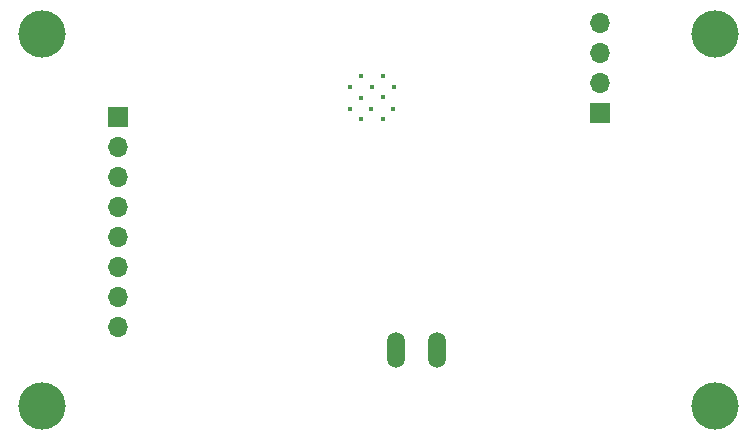
<source format=gbs>
G04 #@! TF.GenerationSoftware,KiCad,Pcbnew,(5.1.9)-1*
G04 #@! TF.CreationDate,2021-04-10T17:26:09+02:00*
G04 #@! TF.ProjectId,LEDbarPCB,4c454462-6172-4504-9342-2e6b69636164,rev?*
G04 #@! TF.SameCoordinates,Original*
G04 #@! TF.FileFunction,Soldermask,Bot*
G04 #@! TF.FilePolarity,Negative*
%FSLAX46Y46*%
G04 Gerber Fmt 4.6, Leading zero omitted, Abs format (unit mm)*
G04 Created by KiCad (PCBNEW (5.1.9)-1) date 2021-04-10 17:26:09*
%MOMM*%
%LPD*%
G01*
G04 APERTURE LIST*
%ADD10C,0.400000*%
%ADD11O,1.700000X1.700000*%
%ADD12R,1.700000X1.700000*%
%ADD13O,1.506220X3.014980*%
%ADD14C,4.000000*%
G04 APERTURE END LIST*
D10*
X143284500Y-50495000D03*
X145113300Y-50495000D03*
X146027700Y-49580600D03*
X144173500Y-49580600D03*
X142370100Y-49580600D03*
X142344700Y-47751800D03*
X144224300Y-47751800D03*
X146053100Y-47751800D03*
X145113300Y-48590000D03*
X143309900Y-48640800D03*
X143284500Y-46837400D03*
X145113300Y-46837400D03*
D11*
X163530000Y-42310000D03*
X163530000Y-44850000D03*
X163530000Y-47390000D03*
D12*
X163530000Y-49930000D03*
D13*
X146252480Y-70000000D03*
X149747520Y-70000000D03*
D12*
X122750000Y-50260000D03*
D11*
X122750000Y-52800000D03*
X122750000Y-55340000D03*
X122750000Y-57880000D03*
X122750000Y-60420000D03*
X122750000Y-62960000D03*
X122750000Y-65500000D03*
X122750000Y-68040000D03*
D14*
X116250000Y-43250000D03*
X116250000Y-74750000D03*
X173250000Y-43250000D03*
X173250000Y-74750000D03*
M02*

</source>
